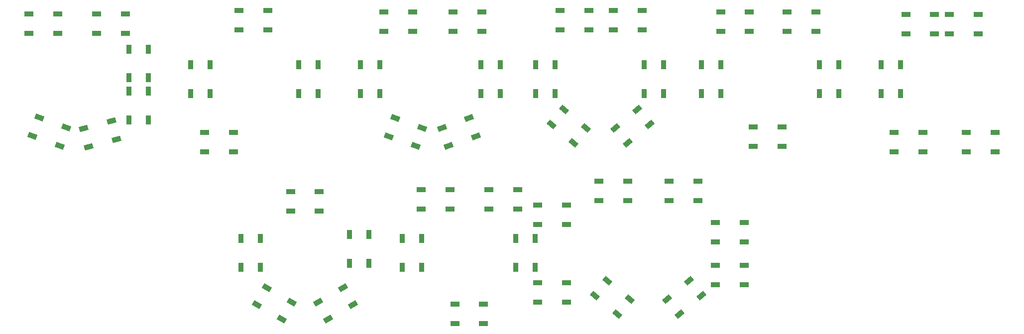
<source format=gbr>
%TF.GenerationSoftware,KiCad,Pcbnew,7.0.1*%
%TF.CreationDate,2024-02-29T20:03:47-07:00*%
%TF.ProjectId,HUD PANEL,48554420-5041-44e4-954c-2e6b69636164,4*%
%TF.SameCoordinates,Original*%
%TF.FileFunction,Paste,Top*%
%TF.FilePolarity,Positive*%
%FSLAX46Y46*%
G04 Gerber Fmt 4.6, Leading zero omitted, Abs format (unit mm)*
G04 Created by KiCad (PCBNEW 7.0.1) date 2024-02-29 20:03:47*
%MOMM*%
%LPD*%
G01*
G04 APERTURE LIST*
G04 Aperture macros list*
%AMRotRect*
0 Rectangle, with rotation*
0 The origin of the aperture is its center*
0 $1 length*
0 $2 width*
0 $3 Rotation angle, in degrees counterclockwise*
0 Add horizontal line*
21,1,$1,$2,0,0,$3*%
G04 Aperture macros list end*
%ADD10R,1.500000X0.900000*%
%ADD11R,0.900000X1.500000*%
%ADD12RotRect,1.500000X0.900000X15.000000*%
%ADD13RotRect,1.500000X0.900000X340.000000*%
%ADD14RotRect,1.500000X0.900000X330.000000*%
%ADD15RotRect,1.500000X0.900000X30.000000*%
%ADD16RotRect,1.500000X0.900000X20.000000*%
%ADD17RotRect,1.500000X0.900000X320.000000*%
%ADD18RotRect,1.500000X0.900000X40.000000*%
G04 APERTURE END LIST*
D10*
%TO.C,D1*%
X71150000Y-45420000D03*
X71150000Y-48720000D03*
X76050000Y-48720000D03*
X76050000Y-45420000D03*
%TD*%
%TO.C,D2*%
X82670000Y-45420000D03*
X82670000Y-48720000D03*
X87570000Y-48720000D03*
X87570000Y-45420000D03*
%TD*%
D11*
%TO.C,D3*%
X88210000Y-56290000D03*
X91510000Y-56290000D03*
X91510000Y-51390000D03*
X88210000Y-51390000D03*
%TD*%
%TO.C,D4*%
X88210000Y-63420000D03*
X91510000Y-63420000D03*
X91510000Y-58520000D03*
X88210000Y-58520000D03*
%TD*%
D12*
%TO.C,D5*%
X80506430Y-64870329D03*
X81360533Y-68057884D03*
X86093570Y-66789671D03*
X85239467Y-63602116D03*
%TD*%
D13*
%TO.C,D6*%
X72902086Y-63051558D03*
X71773420Y-66152543D03*
X76377914Y-67828442D03*
X77506580Y-64727457D03*
%TD*%
D10*
%TO.C,D8*%
X101060000Y-65540000D03*
X101060000Y-68840000D03*
X105960000Y-68840000D03*
X105960000Y-65540000D03*
%TD*%
%TO.C,D10*%
X106870000Y-44850000D03*
X106870000Y-48150000D03*
X111770000Y-48150000D03*
X111770000Y-44850000D03*
%TD*%
D11*
%TO.C,D9*%
X117090000Y-58940000D03*
X120390000Y-58940000D03*
X120390000Y-54040000D03*
X117090000Y-54040000D03*
%TD*%
D10*
%TO.C,D46*%
X115660000Y-75680000D03*
X115660000Y-78980000D03*
X120560000Y-78980000D03*
X120560000Y-75680000D03*
%TD*%
D11*
%TO.C,D50*%
X107200000Y-88467100D03*
X110500000Y-88467100D03*
X110500000Y-83567100D03*
X107200000Y-83567100D03*
%TD*%
D14*
%TO.C,D49*%
X111613238Y-91976058D03*
X109963238Y-94833942D03*
X114206762Y-97283942D03*
X115856762Y-94426058D03*
%TD*%
D15*
%TO.C,D48*%
X120363238Y-94426058D03*
X122013238Y-97283942D03*
X126256762Y-94833942D03*
X124606762Y-91976058D03*
%TD*%
D11*
%TO.C,D47*%
X125660000Y-87830000D03*
X128960000Y-87830000D03*
X128960000Y-82930000D03*
X125660000Y-82930000D03*
%TD*%
%TO.C,D12*%
X127540000Y-58940000D03*
X130840000Y-58940000D03*
X130840000Y-54040000D03*
X127540000Y-54040000D03*
%TD*%
D10*
%TO.C,D11*%
X131535000Y-45100000D03*
X131535000Y-48400000D03*
X136435000Y-48400000D03*
X136435000Y-45100000D03*
%TD*%
%TO.C,D16*%
X143300000Y-45100000D03*
X143300000Y-48400000D03*
X148200000Y-48400000D03*
X148200000Y-45100000D03*
%TD*%
D11*
%TO.C,D15*%
X148050000Y-58940000D03*
X151350000Y-58940000D03*
X151350000Y-54040000D03*
X148050000Y-54040000D03*
%TD*%
D16*
%TO.C,D14*%
X141423420Y-64787457D03*
X142552086Y-67888442D03*
X147156580Y-66212543D03*
X146027914Y-63111558D03*
%TD*%
D13*
%TO.C,D13*%
X133472086Y-63111558D03*
X132343420Y-66212543D03*
X136947914Y-67888442D03*
X138076580Y-64787457D03*
%TD*%
D10*
%TO.C,D45*%
X137850000Y-75340000D03*
X137850000Y-78640000D03*
X142750000Y-78640000D03*
X142750000Y-75340000D03*
%TD*%
%TO.C,D39*%
X149380000Y-75340000D03*
X149380000Y-78640000D03*
X154280000Y-78640000D03*
X154280000Y-75340000D03*
%TD*%
%TO.C,D40*%
X157730000Y-77910000D03*
X157730000Y-81210000D03*
X162630000Y-81210000D03*
X162630000Y-77910000D03*
%TD*%
D11*
%TO.C,D41*%
X153990000Y-88467100D03*
X157290000Y-88467100D03*
X157290000Y-83567100D03*
X153990000Y-83567100D03*
%TD*%
D10*
%TO.C,D43*%
X143600000Y-94750000D03*
X143600000Y-98050000D03*
X148500000Y-98050000D03*
X148500000Y-94750000D03*
%TD*%
D11*
%TO.C,D44*%
X134680000Y-88467100D03*
X137980000Y-88467100D03*
X137980000Y-83567100D03*
X134680000Y-83567100D03*
%TD*%
D10*
%TO.C,D42*%
X157730000Y-91161400D03*
X157730000Y-94461400D03*
X162630000Y-94461400D03*
X162630000Y-91161400D03*
%TD*%
D17*
%TO.C,D37*%
X169583791Y-90811197D03*
X167462592Y-93339144D03*
X171216209Y-96488803D03*
X173337408Y-93960856D03*
%TD*%
D10*
%TO.C,D35*%
X187940000Y-88150000D03*
X187940000Y-91450000D03*
X192840000Y-91450000D03*
X192840000Y-88150000D03*
%TD*%
D18*
%TO.C,D36*%
X179702592Y-93960856D03*
X181823791Y-96488803D03*
X185577408Y-93339144D03*
X183456209Y-90811197D03*
%TD*%
D10*
%TO.C,D34*%
X187940000Y-80890000D03*
X187940000Y-84190000D03*
X192840000Y-84190000D03*
X192840000Y-80890000D03*
%TD*%
%TO.C,D33*%
X180049000Y-73900000D03*
X180049000Y-77200000D03*
X184949000Y-77200000D03*
X184949000Y-73900000D03*
%TD*%
%TO.C,D38*%
X168111000Y-73900000D03*
X168111000Y-77200000D03*
X173011000Y-77200000D03*
X173011000Y-73900000D03*
%TD*%
D11*
%TO.C,D18*%
X157330000Y-58940000D03*
X160630000Y-58940000D03*
X160630000Y-54040000D03*
X157330000Y-54040000D03*
%TD*%
D10*
%TO.C,D17*%
X161540000Y-44850000D03*
X161540000Y-48150000D03*
X166440000Y-48150000D03*
X166440000Y-44850000D03*
%TD*%
%TO.C,D22*%
X170550000Y-44850000D03*
X170550000Y-48150000D03*
X175450000Y-48150000D03*
X175450000Y-44850000D03*
%TD*%
D11*
%TO.C,D21*%
X175840000Y-58940000D03*
X179140000Y-58940000D03*
X179140000Y-54040000D03*
X175840000Y-54040000D03*
%TD*%
D18*
%TO.C,D20*%
X170862592Y-64830856D03*
X172983791Y-67358803D03*
X176737408Y-64209144D03*
X174616209Y-61681197D03*
%TD*%
D11*
%TO.C,D24*%
X185550000Y-58940000D03*
X188850000Y-58940000D03*
X188850000Y-54040000D03*
X185550000Y-54040000D03*
%TD*%
D10*
%TO.C,D23*%
X188812000Y-45100000D03*
X188812000Y-48400000D03*
X193712000Y-48400000D03*
X193712000Y-45100000D03*
%TD*%
%TO.C,D27*%
X200115000Y-45100000D03*
X200115000Y-48400000D03*
X205015000Y-48400000D03*
X205015000Y-45100000D03*
%TD*%
D11*
%TO.C,D26*%
X205590000Y-58940000D03*
X208890000Y-58940000D03*
X208890000Y-54040000D03*
X205590000Y-54040000D03*
%TD*%
D10*
%TO.C,D25*%
X194350000Y-64640000D03*
X194350000Y-67940000D03*
X199250000Y-67940000D03*
X199250000Y-64640000D03*
%TD*%
%TO.C,D31*%
X218313000Y-65540000D03*
X218313000Y-68840000D03*
X223213000Y-68840000D03*
X223213000Y-65540000D03*
%TD*%
%TO.C,D30*%
X230610000Y-65540000D03*
X230610000Y-68840000D03*
X235510000Y-68840000D03*
X235510000Y-65540000D03*
%TD*%
D11*
%TO.C,D32*%
X216100000Y-58940000D03*
X219400000Y-58940000D03*
X219400000Y-54040000D03*
X216100000Y-54040000D03*
%TD*%
D10*
%TO.C,D28*%
X220310000Y-45470000D03*
X220310000Y-48770000D03*
X225210000Y-48770000D03*
X225210000Y-45470000D03*
%TD*%
D11*
%TO.C,D7*%
X98640000Y-58940000D03*
X101940000Y-58940000D03*
X101940000Y-54040000D03*
X98640000Y-54040000D03*
%TD*%
D17*
%TO.C,D19*%
X162183791Y-61681197D03*
X160062592Y-64209144D03*
X163816209Y-67358803D03*
X165937408Y-64830856D03*
%TD*%
D10*
%TO.C,D29*%
X227750000Y-45470000D03*
X227750000Y-48770000D03*
X232650000Y-48770000D03*
X232650000Y-45470000D03*
%TD*%
M02*

</source>
